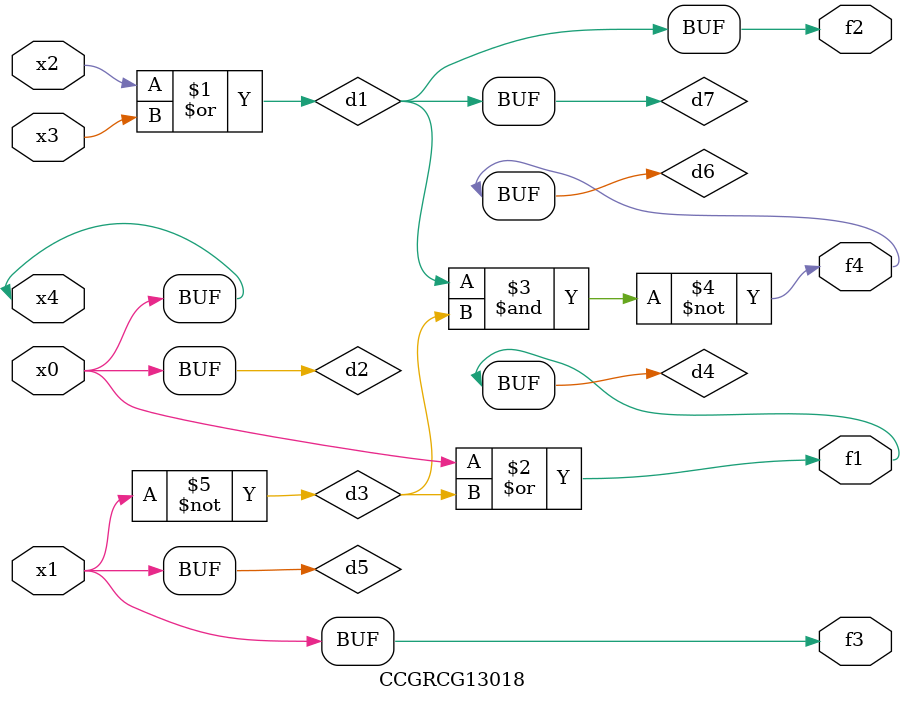
<source format=v>
module CCGRCG13018(
	input x0, x1, x2, x3, x4,
	output f1, f2, f3, f4
);

	wire d1, d2, d3, d4, d5, d6, d7;

	or (d1, x2, x3);
	buf (d2, x0, x4);
	not (d3, x1);
	or (d4, d2, d3);
	not (d5, d3);
	nand (d6, d1, d3);
	or (d7, d1);
	assign f1 = d4;
	assign f2 = d7;
	assign f3 = d5;
	assign f4 = d6;
endmodule

</source>
